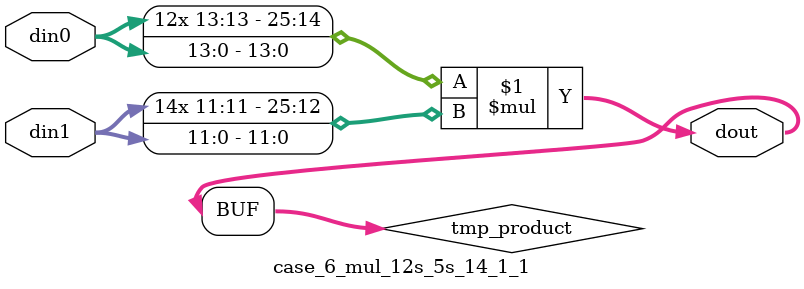
<source format=v>

`timescale 1 ns / 1 ps

 module case_6_mul_12s_5s_14_1_1(din0, din1, dout);
parameter ID = 1;
parameter NUM_STAGE = 0;
parameter din0_WIDTH = 14;
parameter din1_WIDTH = 12;
parameter dout_WIDTH = 26;

input [din0_WIDTH - 1 : 0] din0; 
input [din1_WIDTH - 1 : 0] din1; 
output [dout_WIDTH - 1 : 0] dout;

wire signed [dout_WIDTH - 1 : 0] tmp_product;



























assign tmp_product = $signed(din0) * $signed(din1);








assign dout = tmp_product;





















endmodule

</source>
